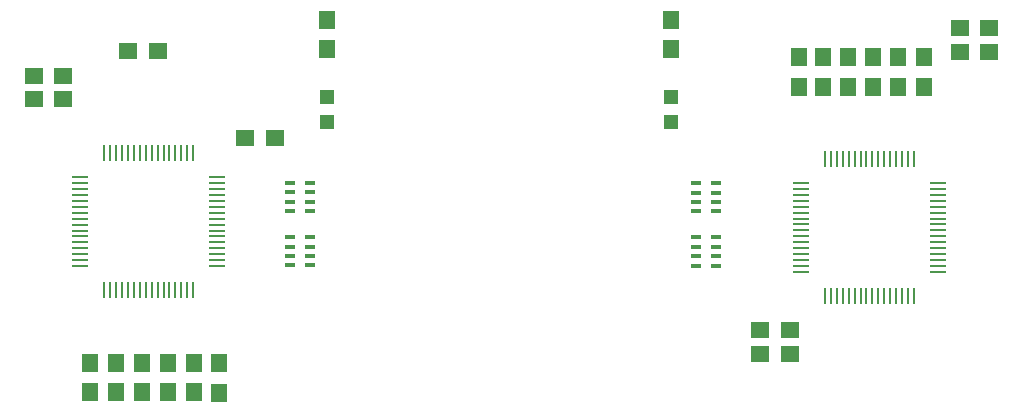
<source format=gtp>
G04 Layer_Color=8421504*
%FSLAX44Y44*%
%MOMM*%
G71*
G01*
G75*
%ADD10R,1.4000X1.6000*%
%ADD11R,1.6000X1.4000*%
%ADD12R,1.4000X0.2500*%
%ADD13R,0.2500X1.4000*%
%ADD14R,0.9000X0.4500*%
%ADD15R,1.2192X1.2192*%
D10*
X262000Y178500D02*
D03*
Y153500D02*
D03*
X241385Y178800D02*
D03*
Y153800D02*
D03*
X219342Y178800D02*
D03*
Y153800D02*
D03*
X197300Y178800D02*
D03*
Y153800D02*
D03*
X175257Y178800D02*
D03*
Y153800D02*
D03*
X153215Y178800D02*
D03*
Y153800D02*
D03*
X795000Y412500D02*
D03*
Y437500D02*
D03*
X816000Y412500D02*
D03*
Y437500D02*
D03*
X837000Y412500D02*
D03*
Y437500D02*
D03*
X859000Y412500D02*
D03*
Y437500D02*
D03*
X774000Y412500D02*
D03*
Y437500D02*
D03*
X753000Y412500D02*
D03*
Y437500D02*
D03*
X645000Y444500D02*
D03*
Y469500D02*
D03*
X354000Y444500D02*
D03*
Y469500D02*
D03*
D11*
X284500Y369000D02*
D03*
X309500D02*
D03*
X914500Y442000D02*
D03*
X889500D02*
D03*
X105500Y402000D02*
D03*
X130500D02*
D03*
X185500Y443000D02*
D03*
X210500D02*
D03*
X914500Y462000D02*
D03*
X889500D02*
D03*
X745500Y207000D02*
D03*
X720500D02*
D03*
Y186000D02*
D03*
X745500D02*
D03*
X105500Y422000D02*
D03*
X130500D02*
D03*
D12*
X260800Y335800D02*
D03*
Y330800D02*
D03*
Y325800D02*
D03*
Y320800D02*
D03*
Y315800D02*
D03*
Y310800D02*
D03*
Y305800D02*
D03*
Y300800D02*
D03*
Y295800D02*
D03*
Y290800D02*
D03*
Y285800D02*
D03*
Y280800D02*
D03*
Y275800D02*
D03*
Y270800D02*
D03*
Y265800D02*
D03*
Y260800D02*
D03*
X144800D02*
D03*
Y265800D02*
D03*
Y270800D02*
D03*
Y275800D02*
D03*
Y280800D02*
D03*
Y285800D02*
D03*
Y290800D02*
D03*
Y295800D02*
D03*
Y300800D02*
D03*
Y305800D02*
D03*
Y310800D02*
D03*
Y315800D02*
D03*
Y320800D02*
D03*
Y325800D02*
D03*
Y330800D02*
D03*
Y335800D02*
D03*
X755000Y256000D02*
D03*
Y261000D02*
D03*
Y266000D02*
D03*
Y271000D02*
D03*
Y276000D02*
D03*
Y281000D02*
D03*
Y286000D02*
D03*
Y291000D02*
D03*
Y296000D02*
D03*
Y301000D02*
D03*
Y306000D02*
D03*
Y311000D02*
D03*
Y316000D02*
D03*
Y321000D02*
D03*
Y326000D02*
D03*
Y331000D02*
D03*
X871000D02*
D03*
Y326000D02*
D03*
Y321000D02*
D03*
Y316000D02*
D03*
Y311000D02*
D03*
Y306000D02*
D03*
Y301000D02*
D03*
Y296000D02*
D03*
Y291000D02*
D03*
Y286000D02*
D03*
Y281000D02*
D03*
Y276000D02*
D03*
Y271000D02*
D03*
Y266000D02*
D03*
Y261000D02*
D03*
Y256000D02*
D03*
D13*
X240300Y240300D02*
D03*
X235300D02*
D03*
X230300D02*
D03*
X225300D02*
D03*
X220300D02*
D03*
X215300D02*
D03*
X210300D02*
D03*
X205300D02*
D03*
X200300D02*
D03*
X195300D02*
D03*
X190300D02*
D03*
X185300D02*
D03*
X180300D02*
D03*
X175300D02*
D03*
X170300D02*
D03*
X165300D02*
D03*
Y356300D02*
D03*
X170300D02*
D03*
X175300D02*
D03*
X180300D02*
D03*
X185300D02*
D03*
X190300D02*
D03*
X195300D02*
D03*
X200300D02*
D03*
X205300D02*
D03*
X210300D02*
D03*
X215300D02*
D03*
X220300D02*
D03*
X225300D02*
D03*
X230300D02*
D03*
X235300D02*
D03*
X240300D02*
D03*
X775500Y351500D02*
D03*
X780500D02*
D03*
X785500D02*
D03*
X790500D02*
D03*
X795500D02*
D03*
X800500D02*
D03*
X805500D02*
D03*
X810500D02*
D03*
X815500D02*
D03*
X820500D02*
D03*
X825500D02*
D03*
X830500D02*
D03*
X835500D02*
D03*
X840500D02*
D03*
X845500D02*
D03*
X850500D02*
D03*
Y235500D02*
D03*
X845500D02*
D03*
X840500D02*
D03*
X835500D02*
D03*
X830500D02*
D03*
X825500D02*
D03*
X820500D02*
D03*
X815500D02*
D03*
X810500D02*
D03*
X805500D02*
D03*
X800500D02*
D03*
X795500D02*
D03*
X790500D02*
D03*
X785500D02*
D03*
X780500D02*
D03*
X775500D02*
D03*
D14*
X322300Y315300D02*
D03*
Y307300D02*
D03*
Y323300D02*
D03*
Y331300D02*
D03*
X339300Y307300D02*
D03*
Y315300D02*
D03*
Y331300D02*
D03*
Y323300D02*
D03*
X322300Y269300D02*
D03*
Y261300D02*
D03*
Y277300D02*
D03*
Y285300D02*
D03*
X339300Y261300D02*
D03*
Y269300D02*
D03*
Y285300D02*
D03*
Y277300D02*
D03*
X683000Y277000D02*
D03*
Y285000D02*
D03*
Y269000D02*
D03*
Y261000D02*
D03*
X666000Y285000D02*
D03*
Y277000D02*
D03*
Y261000D02*
D03*
Y269000D02*
D03*
X683000Y323000D02*
D03*
Y331000D02*
D03*
Y315000D02*
D03*
Y307000D02*
D03*
X666000Y331000D02*
D03*
Y323000D02*
D03*
Y307000D02*
D03*
Y315000D02*
D03*
D15*
X645000Y382332D02*
D03*
Y403500D02*
D03*
X354000Y382332D02*
D03*
Y403500D02*
D03*
M02*

</source>
